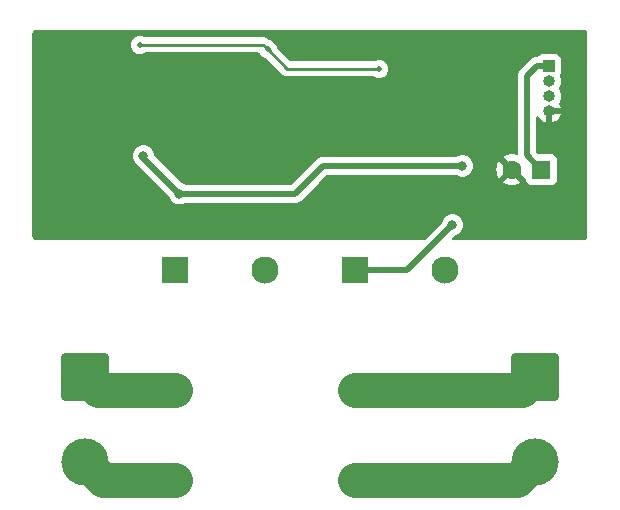
<source format=gbr>
%TF.GenerationSoftware,KiCad,Pcbnew,(6.0.0)*%
%TF.CreationDate,2022-01-09T12:47:45+00:00*%
%TF.ProjectId,2Relay,3252656c-6179-42e6-9b69-6361645f7063,rev?*%
%TF.SameCoordinates,Original*%
%TF.FileFunction,Copper,L2,Bot*%
%TF.FilePolarity,Positive*%
%FSLAX46Y46*%
G04 Gerber Fmt 4.6, Leading zero omitted, Abs format (unit mm)*
G04 Created by KiCad (PCBNEW (6.0.0)) date 2022-01-09 12:47:45*
%MOMM*%
%LPD*%
G01*
G04 APERTURE LIST*
G04 Aperture macros list*
%AMRoundRect*
0 Rectangle with rounded corners*
0 $1 Rounding radius*
0 $2 $3 $4 $5 $6 $7 $8 $9 X,Y pos of 4 corners*
0 Add a 4 corners polygon primitive as box body*
4,1,4,$2,$3,$4,$5,$6,$7,$8,$9,$2,$3,0*
0 Add four circle primitives for the rounded corners*
1,1,$1+$1,$2,$3*
1,1,$1+$1,$4,$5*
1,1,$1+$1,$6,$7*
1,1,$1+$1,$8,$9*
0 Add four rect primitives between the rounded corners*
20,1,$1+$1,$2,$3,$4,$5,0*
20,1,$1+$1,$4,$5,$6,$7,0*
20,1,$1+$1,$6,$7,$8,$9,0*
20,1,$1+$1,$8,$9,$2,$3,0*%
G04 Aperture macros list end*
%TA.AperFunction,ComponentPad*%
%ADD10R,1.000000X1.000000*%
%TD*%
%TA.AperFunction,ComponentPad*%
%ADD11O,1.000000X1.000000*%
%TD*%
%TA.AperFunction,ComponentPad*%
%ADD12R,2.300000X2.300000*%
%TD*%
%TA.AperFunction,ComponentPad*%
%ADD13C,2.300000*%
%TD*%
%TA.AperFunction,ComponentPad*%
%ADD14RoundRect,0.250000X-1.750000X1.750000X-1.750000X-1.750000X1.750000X-1.750000X1.750000X1.750000X0*%
%TD*%
%TA.AperFunction,ComponentPad*%
%ADD15C,4.000000*%
%TD*%
%TA.AperFunction,ComponentPad*%
%ADD16R,1.600000X1.600000*%
%TD*%
%TA.AperFunction,ComponentPad*%
%ADD17C,1.600000*%
%TD*%
%TA.AperFunction,ViaPad*%
%ADD18C,0.800000*%
%TD*%
%TA.AperFunction,ViaPad*%
%ADD19C,0.508000*%
%TD*%
%TA.AperFunction,Conductor*%
%ADD20C,0.500000*%
%TD*%
%TA.AperFunction,Conductor*%
%ADD21C,0.250000*%
%TD*%
%TA.AperFunction,Conductor*%
%ADD22C,3.000000*%
%TD*%
G04 APERTURE END LIST*
D10*
%TO.P,J1,1,Pin_1*%
%TO.N,VCC*%
X126288800Y-50038000D03*
D11*
%TO.P,J1,2,Pin_2*%
%TO.N,/B*%
X126288800Y-51308000D03*
%TO.P,J1,3,Pin_3*%
%TO.N,/A*%
X126288800Y-52578000D03*
%TO.P,J1,4,Pin_4*%
%TO.N,GND*%
X126288800Y-53848000D03*
%TD*%
D12*
%TO.P,K2,1*%
%TO.N,VCC*%
X109865000Y-67325000D03*
D13*
%TO.P,K2,2*%
%TO.N,Net-(K2-Pad2)*%
X109865000Y-77485000D03*
%TO.P,K2,3*%
%TO.N,Net-(K2-Pad3)*%
X109865000Y-85105000D03*
%TO.P,K2,5*%
%TO.N,Net-(Q2-Pad3)*%
X117485000Y-67325000D03*
%TD*%
D14*
%TO.P,J3,1,Pin_1*%
%TO.N,Net-(K2-Pad2)*%
X125095000Y-76410000D03*
D15*
%TO.P,J3,2,Pin_2*%
%TO.N,Net-(K2-Pad3)*%
X125095000Y-83610000D03*
%TD*%
D12*
%TO.P,K1,1*%
%TO.N,VCC*%
X94625000Y-67325000D03*
D13*
%TO.P,K1,2*%
%TO.N,Net-(K1-Pad2)*%
X94625000Y-77485000D03*
%TO.P,K1,3*%
%TO.N,Net-(K1-Pad3)*%
X94625000Y-85105000D03*
%TO.P,K1,5*%
%TO.N,Net-(Q1-Pad3)*%
X102245000Y-67325000D03*
%TD*%
D16*
%TO.P,C4,1*%
%TO.N,VCC*%
X125642380Y-58826400D03*
D17*
%TO.P,C4,2*%
%TO.N,GND*%
X123142380Y-58826400D03*
%TD*%
D14*
%TO.P,J2,1,Pin_1*%
%TO.N,Net-(K1-Pad2)*%
X86995000Y-76410000D03*
D15*
%TO.P,J2,2,Pin_2*%
%TO.N,Net-(K1-Pad3)*%
X86995000Y-83610000D03*
%TD*%
D18*
%TO.N,GND*%
X120396000Y-48260000D03*
X107442000Y-48260000D03*
X99568000Y-57658000D03*
%TO.N,VCC*%
X91948000Y-57658000D03*
D19*
X91629920Y-48273280D03*
X111912400Y-50292000D03*
D18*
X118948200Y-58496200D03*
X118110000Y-63500000D03*
X94996000Y-60858400D03*
D19*
X102463600Y-48615600D03*
D18*
%TO.N,GND*%
X107919180Y-59966920D03*
D19*
X99415600Y-55118000D03*
D18*
X103581200Y-59334400D03*
D19*
X117424200Y-53771800D03*
%TD*%
D20*
%TO.N,VCC*%
X91948000Y-57810400D02*
X94996000Y-60858400D01*
X91948000Y-57658000D02*
X91948000Y-57810400D01*
X125288800Y-50038000D02*
X126288800Y-50038000D01*
X104800400Y-60858400D02*
X107162600Y-58496200D01*
X114285000Y-67325000D02*
X109865000Y-67325000D01*
D21*
X111912400Y-50292000D02*
X104140000Y-50292000D01*
D20*
X125642380Y-58826400D02*
X124409200Y-57593220D01*
X118110000Y-63500000D02*
X114285000Y-67325000D01*
D21*
X104140000Y-50292000D02*
X102463600Y-48615600D01*
D20*
X118948200Y-58496200D02*
X107162600Y-58496200D01*
X94996000Y-60858400D02*
X104800400Y-60858400D01*
D21*
X102108000Y-48260000D02*
X102463600Y-48615600D01*
D20*
X124409200Y-57593220D02*
X124409200Y-50917600D01*
X124409200Y-50917600D02*
X125288800Y-50038000D01*
D21*
X91629920Y-48273280D02*
X91643200Y-48260000D01*
X91643200Y-48260000D02*
X102108000Y-48260000D01*
D22*
%TO.N,Net-(K1-Pad2)*%
X88070000Y-77485000D02*
X86995000Y-76410000D01*
X94625000Y-77485000D02*
X88070000Y-77485000D01*
%TO.N,Net-(K1-Pad3)*%
X88490000Y-85105000D02*
X86995000Y-83610000D01*
X94625000Y-85105000D02*
X88490000Y-85105000D01*
%TO.N,Net-(K2-Pad2)*%
X124020000Y-77485000D02*
X125095000Y-76410000D01*
X109865000Y-77485000D02*
X124020000Y-77485000D01*
%TO.N,Net-(K2-Pad3)*%
X123600000Y-85105000D02*
X125095000Y-83610000D01*
X109865000Y-85105000D02*
X123600000Y-85105000D01*
%TD*%
%TA.AperFunction,Conductor*%
%TO.N,GND*%
G36*
X129355931Y-47010002D02*
G01*
X129376905Y-47026905D01*
X129503095Y-47153095D01*
X129537121Y-47215407D01*
X129540000Y-47242190D01*
X129540000Y-64517810D01*
X129519998Y-64585931D01*
X129503095Y-64606905D01*
X129376905Y-64733095D01*
X129314593Y-64767121D01*
X129287810Y-64770000D01*
X118216871Y-64770000D01*
X118148750Y-64749998D01*
X118102257Y-64696342D01*
X118092153Y-64626068D01*
X118121647Y-64561488D01*
X118127776Y-64554905D01*
X118266331Y-64416350D01*
X118329228Y-64382199D01*
X118385824Y-64370169D01*
X118385833Y-64370166D01*
X118392288Y-64368794D01*
X118398319Y-64366109D01*
X118560722Y-64293803D01*
X118560724Y-64293802D01*
X118566752Y-64291118D01*
X118721253Y-64178866D01*
X118849040Y-64036944D01*
X118944527Y-63871556D01*
X119003542Y-63689928D01*
X119023504Y-63500000D01*
X119003542Y-63310072D01*
X118944527Y-63128444D01*
X118849040Y-62963056D01*
X118721253Y-62821134D01*
X118566752Y-62708882D01*
X118560724Y-62706198D01*
X118560722Y-62706197D01*
X118398319Y-62633891D01*
X118398318Y-62633891D01*
X118392288Y-62631206D01*
X118298887Y-62611353D01*
X118211944Y-62592872D01*
X118211939Y-62592872D01*
X118205487Y-62591500D01*
X118014513Y-62591500D01*
X118008061Y-62592872D01*
X118008056Y-62592872D01*
X117921113Y-62611353D01*
X117827712Y-62631206D01*
X117821682Y-62633891D01*
X117821681Y-62633891D01*
X117659278Y-62706197D01*
X117659276Y-62706198D01*
X117653248Y-62708882D01*
X117498747Y-62821134D01*
X117370960Y-62963056D01*
X117275473Y-63128444D01*
X117273431Y-63134729D01*
X117220613Y-63297285D01*
X117189875Y-63347444D01*
X115804224Y-64733095D01*
X115741912Y-64767121D01*
X115715129Y-64770000D01*
X82802190Y-64770000D01*
X82734069Y-64749998D01*
X82713095Y-64733095D01*
X82586905Y-64606905D01*
X82552879Y-64544593D01*
X82550000Y-64517810D01*
X82550000Y-57658000D01*
X91034496Y-57658000D01*
X91035186Y-57664565D01*
X91051759Y-57822245D01*
X91054458Y-57847928D01*
X91113473Y-58029556D01*
X91208960Y-58194944D01*
X91336747Y-58336866D01*
X91491248Y-58449118D01*
X91497276Y-58451802D01*
X91497278Y-58451803D01*
X91510995Y-58457910D01*
X91548841Y-58483922D01*
X94075875Y-61010956D01*
X94106613Y-61061114D01*
X94161473Y-61229956D01*
X94256960Y-61395344D01*
X94261378Y-61400251D01*
X94261379Y-61400252D01*
X94352286Y-61501214D01*
X94384747Y-61537266D01*
X94437025Y-61575248D01*
X94533904Y-61645635D01*
X94539248Y-61649518D01*
X94545276Y-61652202D01*
X94545278Y-61652203D01*
X94707681Y-61724509D01*
X94713712Y-61727194D01*
X94807112Y-61747047D01*
X94894056Y-61765528D01*
X94894061Y-61765528D01*
X94900513Y-61766900D01*
X95091487Y-61766900D01*
X95097939Y-61765528D01*
X95097944Y-61765528D01*
X95184888Y-61747047D01*
X95278288Y-61727194D01*
X95284319Y-61724509D01*
X95446722Y-61652203D01*
X95446724Y-61652202D01*
X95452752Y-61649518D01*
X95458091Y-61645639D01*
X95458098Y-61645635D01*
X95464528Y-61640963D01*
X95538587Y-61616900D01*
X104733330Y-61616900D01*
X104752280Y-61618333D01*
X104766515Y-61620499D01*
X104766519Y-61620499D01*
X104773749Y-61621599D01*
X104781041Y-61621006D01*
X104781044Y-61621006D01*
X104826418Y-61617315D01*
X104836633Y-61616900D01*
X104844693Y-61616900D01*
X104857983Y-61615351D01*
X104872907Y-61613611D01*
X104877282Y-61613178D01*
X104942739Y-61607854D01*
X104942742Y-61607853D01*
X104950037Y-61607260D01*
X104957001Y-61605004D01*
X104962960Y-61603813D01*
X104968815Y-61602429D01*
X104976081Y-61601582D01*
X105044727Y-61576665D01*
X105048855Y-61575248D01*
X105111336Y-61555007D01*
X105111338Y-61555006D01*
X105118299Y-61552751D01*
X105124554Y-61548955D01*
X105130028Y-61546449D01*
X105135458Y-61543730D01*
X105142337Y-61541233D01*
X105203376Y-61501214D01*
X105207080Y-61498877D01*
X105269507Y-61460995D01*
X105277884Y-61453597D01*
X105277908Y-61453624D01*
X105280900Y-61450971D01*
X105284133Y-61448268D01*
X105290252Y-61444256D01*
X105343528Y-61388017D01*
X105345906Y-61385575D01*
X106819019Y-59912462D01*
X122420873Y-59912462D01*
X122430169Y-59924477D01*
X122481374Y-59960331D01*
X122490869Y-59965814D01*
X122688327Y-60057890D01*
X122698619Y-60061636D01*
X122909068Y-60118025D01*
X122919861Y-60119928D01*
X123136905Y-60138917D01*
X123147855Y-60138917D01*
X123364899Y-60119928D01*
X123375692Y-60118025D01*
X123586141Y-60061636D01*
X123596433Y-60057890D01*
X123793891Y-59965814D01*
X123803386Y-59960331D01*
X123855428Y-59923891D01*
X123863804Y-59913412D01*
X123856736Y-59899966D01*
X123155192Y-59198422D01*
X123141248Y-59190808D01*
X123139415Y-59190939D01*
X123132800Y-59195190D01*
X122427303Y-59900687D01*
X122420873Y-59912462D01*
X106819019Y-59912462D01*
X107439876Y-59291605D01*
X107502188Y-59257579D01*
X107528971Y-59254700D01*
X118405613Y-59254700D01*
X118479672Y-59278763D01*
X118486102Y-59283435D01*
X118486109Y-59283439D01*
X118491448Y-59287318D01*
X118497476Y-59290002D01*
X118497478Y-59290003D01*
X118659881Y-59362309D01*
X118665912Y-59364994D01*
X118759312Y-59384847D01*
X118846256Y-59403328D01*
X118846261Y-59403328D01*
X118852713Y-59404700D01*
X119043687Y-59404700D01*
X119050139Y-59403328D01*
X119050144Y-59403328D01*
X119137088Y-59384847D01*
X119230488Y-59364994D01*
X119236519Y-59362309D01*
X119398922Y-59290003D01*
X119398924Y-59290002D01*
X119404952Y-59287318D01*
X119410297Y-59283435D01*
X119527306Y-59198422D01*
X119559453Y-59175066D01*
X119687240Y-59033144D01*
X119782727Y-58867756D01*
X119794386Y-58831875D01*
X121829863Y-58831875D01*
X121848852Y-59048919D01*
X121850755Y-59059712D01*
X121907144Y-59270161D01*
X121910890Y-59280453D01*
X122002966Y-59477911D01*
X122008449Y-59487406D01*
X122044889Y-59539448D01*
X122055368Y-59547824D01*
X122068814Y-59540756D01*
X122770358Y-58839212D01*
X122777972Y-58825268D01*
X122777841Y-58823435D01*
X122773590Y-58816820D01*
X122068093Y-58111323D01*
X122056318Y-58104893D01*
X122044303Y-58114189D01*
X122008449Y-58165394D01*
X122002966Y-58174889D01*
X121910890Y-58372347D01*
X121907144Y-58382639D01*
X121850755Y-58593088D01*
X121848852Y-58603881D01*
X121829863Y-58820925D01*
X121829863Y-58831875D01*
X119794386Y-58831875D01*
X119841742Y-58686128D01*
X119850387Y-58603881D01*
X119861014Y-58502765D01*
X119861704Y-58496200D01*
X119856348Y-58445237D01*
X119842432Y-58312835D01*
X119842432Y-58312833D01*
X119841742Y-58306272D01*
X119782727Y-58124644D01*
X119687240Y-57959256D01*
X119655442Y-57923940D01*
X119563875Y-57822245D01*
X119563874Y-57822244D01*
X119559453Y-57817334D01*
X119452170Y-57739388D01*
X122420956Y-57739388D01*
X122428024Y-57752834D01*
X124216667Y-59541477D01*
X124258409Y-59564271D01*
X124268409Y-59566447D01*
X124318607Y-59616653D01*
X124333831Y-59670214D01*
X124333880Y-59671117D01*
X124333880Y-59674534D01*
X124340635Y-59736716D01*
X124391765Y-59873105D01*
X124479119Y-59989661D01*
X124595675Y-60077015D01*
X124732064Y-60128145D01*
X124794246Y-60134900D01*
X126490514Y-60134900D01*
X126552696Y-60128145D01*
X126689085Y-60077015D01*
X126805641Y-59989661D01*
X126892995Y-59873105D01*
X126944125Y-59736716D01*
X126950880Y-59674534D01*
X126950880Y-57978266D01*
X126944125Y-57916084D01*
X126892995Y-57779695D01*
X126805641Y-57663139D01*
X126689085Y-57575785D01*
X126552696Y-57524655D01*
X126490514Y-57517900D01*
X125458751Y-57517900D01*
X125390630Y-57497898D01*
X125369656Y-57480995D01*
X125204605Y-57315944D01*
X125170579Y-57253632D01*
X125167700Y-57226849D01*
X125167700Y-54392709D01*
X125187702Y-54324588D01*
X125241358Y-54278095D01*
X125311632Y-54267991D01*
X125376212Y-54297485D01*
X125405767Y-54335115D01*
X125434594Y-54391207D01*
X125441235Y-54401512D01*
X125556368Y-54546772D01*
X125564891Y-54555598D01*
X125706045Y-54675730D01*
X125716117Y-54682730D01*
X125877916Y-54773156D01*
X125889156Y-54778067D01*
X126017568Y-54819790D01*
X126031667Y-54820193D01*
X126034800Y-54813821D01*
X126034800Y-54805564D01*
X126542800Y-54805564D01*
X126546773Y-54819095D01*
X126554988Y-54820276D01*
X126649137Y-54793989D01*
X126660587Y-54789548D01*
X126826026Y-54705979D01*
X126836385Y-54699404D01*
X126982439Y-54585295D01*
X126991327Y-54576831D01*
X127112443Y-54436517D01*
X127119511Y-54426497D01*
X127211062Y-54265337D01*
X127216056Y-54254121D01*
X127260942Y-54119190D01*
X127261443Y-54105097D01*
X127255254Y-54102000D01*
X126560915Y-54102000D01*
X126545676Y-54106475D01*
X126544471Y-54107865D01*
X126542800Y-54115548D01*
X126542800Y-54805564D01*
X126034800Y-54805564D01*
X126034800Y-53720000D01*
X126054802Y-53651879D01*
X126108458Y-53605386D01*
X126160800Y-53594000D01*
X127246983Y-53594000D01*
X127260514Y-53590027D01*
X127261606Y-53582433D01*
X127227031Y-53467919D01*
X127222360Y-53456586D01*
X127135337Y-53292918D01*
X127128235Y-53282228D01*
X127107198Y-53214420D01*
X127123627Y-53150264D01*
X127131127Y-53137063D01*
X127171379Y-53066207D01*
X127211523Y-52995542D01*
X127211525Y-52995537D01*
X127214569Y-52990179D01*
X127276997Y-52802513D01*
X127301785Y-52606295D01*
X127302180Y-52578000D01*
X127282880Y-52381167D01*
X127225716Y-52191831D01*
X127132866Y-52017204D01*
X127128967Y-52012424D01*
X127128515Y-52011743D01*
X127107476Y-51943935D01*
X127123905Y-51879775D01*
X127211523Y-51725542D01*
X127211525Y-51725537D01*
X127214569Y-51720179D01*
X127276997Y-51532513D01*
X127301785Y-51336295D01*
X127302180Y-51308000D01*
X127282880Y-51111167D01*
X127225716Y-50921831D01*
X127222824Y-50916391D01*
X127220995Y-50911954D01*
X127213531Y-50841350D01*
X127231312Y-50800631D01*
X127229721Y-50799760D01*
X127234029Y-50791891D01*
X127239415Y-50784705D01*
X127290545Y-50648316D01*
X127297300Y-50586134D01*
X127297300Y-49489866D01*
X127290545Y-49427684D01*
X127239415Y-49291295D01*
X127152061Y-49174739D01*
X127035505Y-49087385D01*
X126899116Y-49036255D01*
X126836934Y-49029500D01*
X125740666Y-49029500D01*
X125678484Y-49036255D01*
X125542095Y-49087385D01*
X125425539Y-49174739D01*
X125420158Y-49181919D01*
X125386864Y-49226343D01*
X125330005Y-49268858D01*
X125296253Y-49276363D01*
X125275001Y-49278091D01*
X125262780Y-49279085D01*
X125252567Y-49279500D01*
X125244507Y-49279500D01*
X125231217Y-49281049D01*
X125216293Y-49282789D01*
X125211918Y-49283222D01*
X125146461Y-49288546D01*
X125146458Y-49288547D01*
X125139163Y-49289140D01*
X125132199Y-49291396D01*
X125126240Y-49292587D01*
X125120385Y-49293971D01*
X125113119Y-49294818D01*
X125044473Y-49319735D01*
X125040345Y-49321152D01*
X124977864Y-49341393D01*
X124977862Y-49341394D01*
X124970901Y-49343649D01*
X124964646Y-49347445D01*
X124959172Y-49349951D01*
X124953742Y-49352670D01*
X124946863Y-49355167D01*
X124885816Y-49395191D01*
X124882127Y-49397518D01*
X124861935Y-49409771D01*
X124824493Y-49432491D01*
X124824488Y-49432495D01*
X124819692Y-49435405D01*
X124811316Y-49442803D01*
X124811293Y-49442777D01*
X124808303Y-49445426D01*
X124805064Y-49448134D01*
X124798948Y-49452144D01*
X124793921Y-49457451D01*
X124793917Y-49457454D01*
X124745672Y-49508383D01*
X124743294Y-49510825D01*
X123920289Y-50333830D01*
X123905877Y-50346216D01*
X123894282Y-50354749D01*
X123894277Y-50354754D01*
X123888382Y-50359092D01*
X123883643Y-50364670D01*
X123883640Y-50364673D01*
X123854165Y-50399368D01*
X123847235Y-50406884D01*
X123841540Y-50412579D01*
X123839260Y-50415461D01*
X123823919Y-50434851D01*
X123821128Y-50438255D01*
X123783262Y-50482826D01*
X123773867Y-50493885D01*
X123770539Y-50500401D01*
X123767172Y-50505450D01*
X123764005Y-50510579D01*
X123759466Y-50516316D01*
X123728545Y-50582475D01*
X123726642Y-50586369D01*
X123693431Y-50651408D01*
X123691692Y-50658516D01*
X123689593Y-50664159D01*
X123687676Y-50669922D01*
X123684578Y-50676550D01*
X123683088Y-50683712D01*
X123683088Y-50683713D01*
X123669714Y-50748012D01*
X123668744Y-50752296D01*
X123651392Y-50823210D01*
X123650700Y-50834364D01*
X123650664Y-50834362D01*
X123650425Y-50838355D01*
X123650051Y-50842547D01*
X123648560Y-50849715D01*
X123648758Y-50857032D01*
X123650654Y-50927121D01*
X123650700Y-50930528D01*
X123650700Y-57444256D01*
X123630698Y-57512377D01*
X123577042Y-57558870D01*
X123506768Y-57568974D01*
X123492089Y-57565963D01*
X123375692Y-57534775D01*
X123364899Y-57532872D01*
X123147855Y-57513883D01*
X123136905Y-57513883D01*
X122919861Y-57532872D01*
X122909068Y-57534775D01*
X122698619Y-57591164D01*
X122688327Y-57594910D01*
X122490869Y-57686986D01*
X122481374Y-57692469D01*
X122429332Y-57728909D01*
X122420956Y-57739388D01*
X119452170Y-57739388D01*
X119449847Y-57737700D01*
X119410294Y-57708963D01*
X119410293Y-57708962D01*
X119404952Y-57705082D01*
X119398924Y-57702398D01*
X119398922Y-57702397D01*
X119236519Y-57630091D01*
X119236518Y-57630091D01*
X119230488Y-57627406D01*
X119130031Y-57606053D01*
X119050144Y-57589072D01*
X119050139Y-57589072D01*
X119043687Y-57587700D01*
X118852713Y-57587700D01*
X118846261Y-57589072D01*
X118846256Y-57589072D01*
X118766369Y-57606053D01*
X118665912Y-57627406D01*
X118659882Y-57630091D01*
X118659881Y-57630091D01*
X118497478Y-57702397D01*
X118497476Y-57702398D01*
X118491448Y-57705082D01*
X118486109Y-57708961D01*
X118486102Y-57708965D01*
X118479672Y-57713637D01*
X118405613Y-57737700D01*
X107229669Y-57737700D01*
X107210721Y-57736267D01*
X107203380Y-57735150D01*
X107196483Y-57734101D01*
X107196481Y-57734101D01*
X107189251Y-57733001D01*
X107181959Y-57733594D01*
X107181956Y-57733594D01*
X107136582Y-57737285D01*
X107126367Y-57737700D01*
X107118307Y-57737700D01*
X107105017Y-57739249D01*
X107090093Y-57740989D01*
X107085718Y-57741422D01*
X107020261Y-57746746D01*
X107020258Y-57746747D01*
X107012963Y-57747340D01*
X107005999Y-57749596D01*
X107000040Y-57750787D01*
X106994185Y-57752171D01*
X106986919Y-57753018D01*
X106918273Y-57777935D01*
X106914145Y-57779352D01*
X106851664Y-57799593D01*
X106851662Y-57799594D01*
X106844701Y-57801849D01*
X106838446Y-57805645D01*
X106832972Y-57808151D01*
X106827542Y-57810870D01*
X106820663Y-57813367D01*
X106759616Y-57853391D01*
X106755927Y-57855718D01*
X106735735Y-57867971D01*
X106698293Y-57890691D01*
X106698288Y-57890695D01*
X106693492Y-57893605D01*
X106685116Y-57901003D01*
X106685093Y-57900977D01*
X106682103Y-57903626D01*
X106678864Y-57906334D01*
X106672748Y-57910344D01*
X106667721Y-57915651D01*
X106667717Y-57915654D01*
X106619472Y-57966583D01*
X106617094Y-57969025D01*
X104523124Y-60062995D01*
X104460812Y-60097021D01*
X104434029Y-60099900D01*
X95538587Y-60099900D01*
X95464528Y-60075837D01*
X95458098Y-60071165D01*
X95458091Y-60071161D01*
X95452752Y-60067282D01*
X95446724Y-60064598D01*
X95446722Y-60064597D01*
X95284319Y-59992291D01*
X95284318Y-59992291D01*
X95278288Y-59989606D01*
X95271833Y-59988234D01*
X95271824Y-59988231D01*
X95215228Y-59976201D01*
X95152331Y-59942050D01*
X92892259Y-57681978D01*
X92858233Y-57619666D01*
X92856044Y-57606053D01*
X92842232Y-57474635D01*
X92842232Y-57474633D01*
X92841542Y-57468072D01*
X92782527Y-57286444D01*
X92687040Y-57121056D01*
X92559253Y-56979134D01*
X92404752Y-56866882D01*
X92398724Y-56864198D01*
X92398722Y-56864197D01*
X92236319Y-56791891D01*
X92236318Y-56791891D01*
X92230288Y-56789206D01*
X92136887Y-56769353D01*
X92049944Y-56750872D01*
X92049939Y-56750872D01*
X92043487Y-56749500D01*
X91852513Y-56749500D01*
X91846061Y-56750872D01*
X91846056Y-56750872D01*
X91759113Y-56769353D01*
X91665712Y-56789206D01*
X91659682Y-56791891D01*
X91659681Y-56791891D01*
X91497278Y-56864197D01*
X91497276Y-56864198D01*
X91491248Y-56866882D01*
X91336747Y-56979134D01*
X91208960Y-57121056D01*
X91113473Y-57286444D01*
X91054458Y-57468072D01*
X91053768Y-57474633D01*
X91053768Y-57474635D01*
X91037429Y-57630091D01*
X91034496Y-57658000D01*
X82550000Y-57658000D01*
X82550000Y-48262566D01*
X90862670Y-48262566D01*
X90879363Y-48432816D01*
X90933360Y-48595136D01*
X90937007Y-48601158D01*
X90937008Y-48601160D01*
X91018326Y-48735434D01*
X91018329Y-48735437D01*
X91021976Y-48741460D01*
X91140809Y-48864514D01*
X91146705Y-48868372D01*
X91277908Y-48954229D01*
X91283950Y-48958183D01*
X91290554Y-48960639D01*
X91290556Y-48960640D01*
X91437677Y-49015354D01*
X91437679Y-49015354D01*
X91444287Y-49017812D01*
X91523374Y-49028365D01*
X91606869Y-49039506D01*
X91606873Y-49039506D01*
X91613850Y-49040437D01*
X91620861Y-49039799D01*
X91620865Y-49039799D01*
X91777193Y-49025572D01*
X91777195Y-49025572D01*
X91784212Y-49024933D01*
X91790910Y-49022757D01*
X91790913Y-49022756D01*
X91940209Y-48974246D01*
X91940211Y-48974245D01*
X91946905Y-48972070D01*
X92048897Y-48911271D01*
X92113414Y-48893500D01*
X101669422Y-48893500D01*
X101737543Y-48913502D01*
X101777198Y-48954229D01*
X101852006Y-49077754D01*
X101852009Y-49077757D01*
X101855656Y-49083780D01*
X101974489Y-49206834D01*
X101980385Y-49210692D01*
X102103559Y-49291295D01*
X102117630Y-49300503D01*
X102124234Y-49302959D01*
X102124236Y-49302960D01*
X102171330Y-49320474D01*
X102277967Y-49360132D01*
X102284953Y-49361064D01*
X102288626Y-49361980D01*
X102347238Y-49395142D01*
X103636343Y-50684247D01*
X103643887Y-50692537D01*
X103648000Y-50699018D01*
X103653777Y-50704443D01*
X103697667Y-50745658D01*
X103700509Y-50748413D01*
X103720231Y-50768135D01*
X103723355Y-50770558D01*
X103723359Y-50770562D01*
X103723424Y-50770612D01*
X103732445Y-50778317D01*
X103764679Y-50808586D01*
X103771627Y-50812405D01*
X103771629Y-50812407D01*
X103782432Y-50818346D01*
X103798959Y-50829202D01*
X103808698Y-50836757D01*
X103808700Y-50836758D01*
X103814960Y-50841614D01*
X103855540Y-50859174D01*
X103866188Y-50864391D01*
X103904940Y-50885695D01*
X103912616Y-50887666D01*
X103912619Y-50887667D01*
X103924562Y-50890733D01*
X103943267Y-50897137D01*
X103961855Y-50905181D01*
X103969678Y-50906420D01*
X103969688Y-50906423D01*
X104005524Y-50912099D01*
X104017144Y-50914505D01*
X104052289Y-50923528D01*
X104059970Y-50925500D01*
X104080224Y-50925500D01*
X104099934Y-50927051D01*
X104119943Y-50930220D01*
X104127835Y-50929474D01*
X104163961Y-50926059D01*
X104175819Y-50925500D01*
X111450316Y-50925500D01*
X111519309Y-50946068D01*
X111566430Y-50976903D01*
X111573034Y-50979359D01*
X111573036Y-50979360D01*
X111720157Y-51034074D01*
X111720159Y-51034074D01*
X111726767Y-51036532D01*
X111805854Y-51047085D01*
X111889349Y-51058226D01*
X111889353Y-51058226D01*
X111896330Y-51059157D01*
X111903341Y-51058519D01*
X111903345Y-51058519D01*
X112059673Y-51044292D01*
X112059675Y-51044292D01*
X112066692Y-51043653D01*
X112073390Y-51041477D01*
X112073393Y-51041476D01*
X112222689Y-50992966D01*
X112222691Y-50992965D01*
X112229385Y-50990790D01*
X112330476Y-50930528D01*
X112370272Y-50906805D01*
X112370274Y-50906804D01*
X112376324Y-50903197D01*
X112500205Y-50785227D01*
X112507498Y-50774251D01*
X112567296Y-50684247D01*
X112594871Y-50642743D01*
X112655618Y-50482826D01*
X112666800Y-50403263D01*
X112678875Y-50317347D01*
X112678875Y-50317344D01*
X112679426Y-50313425D01*
X112679725Y-50292000D01*
X112660656Y-50122000D01*
X112604399Y-49960450D01*
X112513748Y-49815378D01*
X112393209Y-49693994D01*
X112307839Y-49639817D01*
X112254716Y-49606104D01*
X112254713Y-49606102D01*
X112248773Y-49602333D01*
X112242140Y-49599971D01*
X112094254Y-49547311D01*
X112094249Y-49547310D01*
X112087619Y-49544949D01*
X112080631Y-49544116D01*
X112080628Y-49544115D01*
X111965055Y-49530334D01*
X111917757Y-49524694D01*
X111910754Y-49525430D01*
X111910753Y-49525430D01*
X111866358Y-49530096D01*
X111747628Y-49542575D01*
X111737667Y-49545966D01*
X111592353Y-49595435D01*
X111592350Y-49595436D01*
X111585689Y-49597704D01*
X111517234Y-49639818D01*
X111451214Y-49658500D01*
X104454594Y-49658500D01*
X104386473Y-49638498D01*
X104365499Y-49621595D01*
X103243102Y-48499197D01*
X103213248Y-48445115D01*
X103211856Y-48445600D01*
X103157914Y-48290697D01*
X103157913Y-48290695D01*
X103155599Y-48284050D01*
X103064948Y-48138978D01*
X103026085Y-48099842D01*
X102949372Y-48022592D01*
X102944409Y-48017594D01*
X102809691Y-47932100D01*
X102805916Y-47929704D01*
X102805913Y-47929702D01*
X102799973Y-47925933D01*
X102638819Y-47868549D01*
X102638971Y-47868121D01*
X102585707Y-47839560D01*
X102550350Y-47806358D01*
X102547507Y-47803602D01*
X102527770Y-47783865D01*
X102524573Y-47781385D01*
X102515551Y-47773680D01*
X102489100Y-47748841D01*
X102483321Y-47743414D01*
X102476375Y-47739595D01*
X102476372Y-47739593D01*
X102465566Y-47733652D01*
X102449047Y-47722801D01*
X102448583Y-47722441D01*
X102433041Y-47710386D01*
X102425772Y-47707241D01*
X102425768Y-47707238D01*
X102392463Y-47692826D01*
X102381813Y-47687609D01*
X102343060Y-47666305D01*
X102323437Y-47661267D01*
X102304734Y-47654863D01*
X102293420Y-47649967D01*
X102293419Y-47649967D01*
X102286145Y-47646819D01*
X102278322Y-47645580D01*
X102278312Y-47645577D01*
X102242476Y-47639901D01*
X102230856Y-47637495D01*
X102195711Y-47628472D01*
X102195710Y-47628472D01*
X102188030Y-47626500D01*
X102167776Y-47626500D01*
X102148065Y-47624949D01*
X102135886Y-47623020D01*
X102128057Y-47621780D01*
X102120165Y-47622526D01*
X102084039Y-47625941D01*
X102072181Y-47626500D01*
X92070480Y-47626500D01*
X92002967Y-47606886D01*
X91972240Y-47587387D01*
X91966293Y-47583613D01*
X91959660Y-47581251D01*
X91811774Y-47528591D01*
X91811769Y-47528590D01*
X91805139Y-47526229D01*
X91798151Y-47525396D01*
X91798148Y-47525395D01*
X91682575Y-47511614D01*
X91635277Y-47505974D01*
X91628274Y-47506710D01*
X91628273Y-47506710D01*
X91583878Y-47511376D01*
X91465148Y-47523855D01*
X91454991Y-47527313D01*
X91309876Y-47576714D01*
X91309873Y-47576715D01*
X91303209Y-47578984D01*
X91157508Y-47668620D01*
X91152477Y-47673547D01*
X91152474Y-47673549D01*
X91118072Y-47707238D01*
X91035286Y-47788308D01*
X91031467Y-47794233D01*
X91031466Y-47794235D01*
X91002256Y-47839560D01*
X90942618Y-47932100D01*
X90940207Y-47938723D01*
X90940206Y-47938726D01*
X90886520Y-48086227D01*
X90886519Y-48086232D01*
X90884110Y-48092850D01*
X90862670Y-48262566D01*
X82550000Y-48262566D01*
X82550000Y-47242190D01*
X82570002Y-47174069D01*
X82586905Y-47153095D01*
X82713095Y-47026905D01*
X82775407Y-46992879D01*
X82802190Y-46990000D01*
X129287810Y-46990000D01*
X129355931Y-47010002D01*
G37*
%TD.AperFunction*%
%TD*%
M02*

</source>
